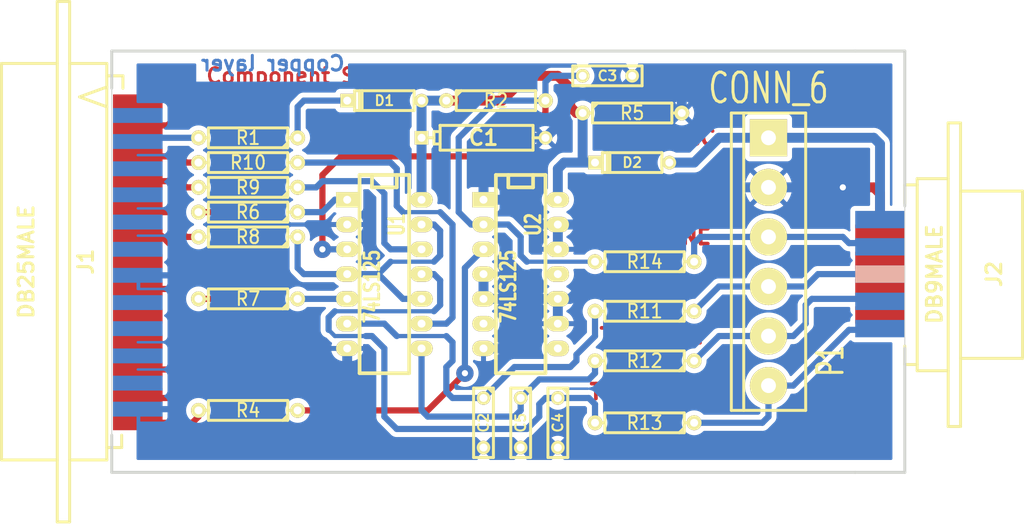
<source format=kicad_pcb>
(kicad_pcb (version 20221018) (generator pcbnew)
  (title_block (rev "1") (company "Kicad Demo"))
  (layers (0 "F.Cu" signal "Dessus") (31 "B.Cu" signal "Dessous") (34 "B.Paste" user) (35 "F.Paste" user) (36 "B.SilkS" user) (37 "F.SilkS" user) (38 "B.Mask" user) (39 "F.Mask" user) (44 "Edge.Cuts" user))
  (net 0 "")
  (net 1 "/CLK-D1")
  (net 2 "/CTRL-D3")
  (net 3 "/DONE-SELECT*")
  (net 4 "/PWR_3,3-5V")
  (net 5 "/TCK-CCLK")
  (net 6 "/TD0-DONE")
  (net 7 "/TD0-PROG-D4")
  (net 8 "/TDI-DIN")
  (net 9 "/TDI-DIN-D0")
  (net 10 "/TMS-PROG")
  (net 11 "/TMS-PROG-D2")
  (net 12 "/VCC_SENSE-ERROR*")
  (net 13 "GND")
  (net 14 "N-000008")
  (net 15 "N-000014")
  (net 16 "N-000015")
  (net 17 "N-000016")
  (net 18 "N-000030")
  (net 19 "N-000031")
  (net 20 "N-000032")
  (net 21 "N-000033")
  (net 22 "N-000034")
  (net 23 "N-000035")
  (net 24 "N-000036")
  (net 25 "N-000038")
  (net 26 "VCC")
  (footprint "R4" (layer "F.Cu") (at 116.84 92.71 180)
    (fp_text reference "R7" (at 0 0 180) (layer "F.SilkS") (effects (font (size 1.397 1.27) (thickness 0.2032))))
    (fp_text value "100" hide)
    (pad "1" thru_hole circle (at -5.08 0 180) (size 1.524 1.524) (drill 0.8128) (layers "*.Cu" "*.Mask" "F.SilkS") (net 17 "N-000016"))
    (pad "2" thru_hole circle (at 5.08 0 180) (size 1.524 1.524) (drill 0.8128) (layers "*.Cu" "*.Mask" "F.SilkS") (net 9 "/TDI-DIN-D0"))
  )
  (footprint "R4" (layer "F.Cu") (at 116.84 104.14 180)
    (fp_text reference "R4" (at 0 0 180) (layer "F.SilkS") (effects (font (size 1.397 1.27) (thickness 0.2032))))
    (fp_text value "47" hide)
    (pad "1" thru_hole circle (at -5.08 0 180) (size 1.524 1.524) (drill 0.8128) (layers "*.Cu" "*.Mask" "F.SilkS") (net 16 "N-000015"))
    (pad "2" thru_hole circle (at 5.08 0 180) (size 1.524 1.524) (drill 0.8128) (layers "*.Cu" "*.Mask" "F.SilkS") (net 3 "/DONE-SELECT*"))
  )
  (footprint "R4" (layer "F.Cu") (at 157.48 99.06 180)
    (fp_text reference "R12" (at 0 0 180) (layer "F.SilkS") (effects (font (size 1.397 1.27) (thickness 0.2032))))
    (fp_text value "100" hide)
    (pad "1" thru_hole circle (at -5.08 0 180) (size 1.524 1.524) (drill 0.8128) (layers "*.Cu" "*.Mask" "F.SilkS") (net 5 "/TCK-CCLK"))
    (pad "2" thru_hole circle (at 5.08 0 180) (size 1.524 1.524) (drill 0.8128) (layers "*.Cu" "*.Mask" "F.SilkS") (net 24 "N-000036"))
  )
  (footprint "C2" (layer "F.Cu") (at 140.97 105.41 -90)
    (fp_text reference "C2" (at 0 0 270) (layer "F.SilkS") (effects (font (size 1.016 1.016) (thickness 0.2032))))
    (fp_text value "100pF" hide)
    (pad "1" thru_hole circle (at -2.54 0 270) (size 1.397 1.397) (drill 0.8128) (layers "*.Cu" "*.Mask" "F.SilkS") (net 23 "N-000035"))
    (pad "2" thru_hole circle (at 2.54 0 270) (size 1.397 1.397) (drill 0.8128) (layers "*.Cu" "*.Mask" "F.SilkS") (net 13 "GND"))
  )
  (footprint "C2" (layer "F.Cu") (at 144.78 105.41 -90)
    (fp_text reference "C5" (at 0 0 270) (layer "F.SilkS") (effects (font (size 1.016 1.016) (thickness 0.2032))))
    (fp_text value "100pF" hide)
    (pad "1" thru_hole circle (at -2.54 0 270) (size 1.397 1.397) (drill 0.8128) (layers "*.Cu" "*.Mask" "F.SilkS") (net 24 "N-000036"))
    (pad "2" thru_hole circle (at 2.54 0 270) (size 1.397 1.397) (drill 0.8128) (layers "*.Cu" "*.Mask" "F.SilkS") (net 13 "GND"))
  )
  (footprint "DB25M_CI" (layer "F.Cu") (at 102.87 88.9 90)
    (fp_text reference "J1" (at 0 -2.667 270) (layer "F.SilkS") (effects (font (size 1.524 1.524) (thickness 0.3048))))
    (fp_text value "DB25MALE" (at 0 -8.763 270) (layer "F.SilkS") (effects (font (size 1.524 1.524) (thickness 0.3048))))
    (pad "1" connect rect (at 16.383 2.667 180) (size 5.08 1.524) (layers "F.Cu" "F.Mask"))
    (pad "2" connect rect (at 13.716 2.667 180) (size 5.08 1.524) (layers "F.Cu" "F.Mask") (net 9 "/TDI-DIN-D0"))
    (pad "3" connect rect (at 10.922 2.667 180) (size 5.08 1.524) (layers "F.Cu" "F.Mask") (net 1 "/CLK-D1"))
    (pad "4" connect rect (at 8.128 2.667 180) (size 5.08 1.524) (layers "F.Cu" "F.Mask") (net 11 "/TMS-PROG-D2"))
    (pad "5" connect rect (at 5.461 2.667 180) (size 5.08 1.524) (layers "F.Cu" "F.Mask") (net 2 "/CTRL-D3"))
    (pad "6" connect rect (at 2.667 2.667 180) (size 5.08 1.524) (layers "F.Cu" "F.Mask") (net 7 "/TD0-PROG-D4"))
    (pad "7" connect rect (at 0 2.667 180) (size 5.08 1.524) (layers "F.Cu" "F.Mask"))
    (pad "8" connect rect (at -2.794 2.667 180) (size 5.08 1.524) (layers "F.Cu" "F.Mask") (net 14 "N-000008"))
    (pad "9" connect rect (at -5.588 2.667 180) (size 5.08 1.524) (layers "F.Cu" "F.Mask"))
    (pad "10" connect rect (at -8.255 2.667 180) (size 5.08 1.524) (layers "F.Cu" "F.Mask"))
    (pad "11" connect rect (at -11.049 2.667 180) (size 5.08 1.524) (layers "F.Cu" "F.Mask") (net 14 "N-000008"))
    (pad "12" connect rect (at -13.716 2.667 180) (size 5.08 1.524) (layers "F.Cu" "F.Mask") (net 14 "N-000008"))
    (pad "13" connect rect (at -16.51 2.667 180) (size 5.08 1.524) (layers "F.Cu" "F.Mask") (net 3 "/DONE-SELECT*"))
    (pad "14" connect rect (at 14.986 2.667 180) (size 5.08 1.524) (layers "B.Cu" "B.Mask"))
    (pad "15" connect rect (at 12.319 2.667 180) (size 5.08 1.524) (layers "B.Cu" "B.Mask") (net 12 "/VCC_SENSE-ERROR*"))
    (pad "16" connect rect (at 9.525 2.667 180) (size 5.08 1.524) (layers "B.Cu" "B.Mask"))
    (pad "17" connect rect (at 6.858 2.667 180) (size 5.08 1.524) (layers "B.Cu" "B.Mask"))
    (pad "18" connect rect (at 4.064 2.667 180) (size 5.08 1.524) (layers "B.Cu" "B.Mask"))
    (pad "19" connect rect (at 1.27 2.667 180) (size 5.08 1.524) (layers "B.Cu" "B.Mask"))
    (pad "20" connect rect (at -1.397 2.667 180) (size 5.08 1.524) (layers "B.Cu" "B.Mask") (net 13 "GND"))
    (pad "21" connect rect (at -4.191 2.667 180) (size 5.08 1.524) (layers "B.Cu" "B.Mask"))
    (pad "22" connect rect (at -6.858 2.667 180) (size 5.08 1.524) (layers "B.Cu" "B.Mask"))
    (pad "23" connect rect (at -9.652 2.667 180) (size 5.08 1.524) (layers "B.Cu" "B.Mask"))
    (pad "24" connect rect (at -12.446 2.667 180) (size 5.08 1.524) (layers "B.Cu" "B.Mask"))
    (pad "25" connect rect (at -15.113 2.667 180) (size 5.08 1.524) (layers "B.Cu" "B.Mask") (net 13 "GND"))
  )
  (footprint "R4" (layer "F.Cu") (at 142.24 72.39)
    (fp_text reference "R2" (at 0 0) (layer "F.SilkS") (effects (font (size 1.397 1.27) (thickness 0.2032))))
    (fp_text value "5,1K" hide)
    (pad "1" thru_hole circle (at -5.08 0) (size 1.524 1.524) (drill 0.8128) (layers "*.Cu" "*.Mask" "F.SilkS") (net 26 "VCC"))
    (pad "2" thru_hole circle (at 5.08 0) (size 1.524 1.524) (drill 0.8128) (layers "*.Cu" "*.Mask" "F.SilkS") (net 25 "N-000038"))
  )
  (footprint "R4" (layer "F.Cu") (at 156.21 73.66)
    (fp_text reference "R5" (at 0 0) (layer "F.SilkS") (effects (font (size 1.397 1.27) (thickness 0.2032))))
    (fp_text value "1K" hide)
    (pad "1" thru_hole circle (at -5.08 0) (size 1.524 1.524) (drill 0.8128) (layers "*.Cu" "*.Mask" "F.SilkS") (net 26 "VCC"))
    (pad "2" thru_hole circle (at 5.08 0) (size 1.524 1.524) (drill 0.8128) (layers "*.Cu" "*.Mask" "F.SilkS") (net 13 "GND"))
  )
  (footprint "R4" (layer "F.Cu") (at 157.48 88.9 180)
    (fp_text reference "R14" (at 0 0 180) (layer "F.SilkS") (effects (font (size 1.397 1.27) (thickness 0.2032))))
    (fp_text value "100" hide)
    (pad "1" thru_hole circle (at -5.08 0 180) (size 1.524 1.524) (drill 0.8128) (layers "*.Cu" "*.Mask" "F.SilkS") (net 6 "/TD0-DONE"))
    (pad "2" thru_hole circle (at 5.08 0 180) (size 1.524 1.524) (drill 0.8128) (layers "*.Cu" "*.Mask" "F.SilkS") (net 25 "N-000038"))
  )
  (footprint "14DIP-ELL300" (layer "F.Cu") (at 144.78 90.17 -90)
    (fp_text reference "U2" (at -5.08 -1.27 270) (layer "F.SilkS") (effects (font (size 1.524 1.143) (thickness 0.28702))))
    (fp_text value "74LS125" (at 1.27 1.27 270) (layer "F.SilkS") (effects (font (size 1.524 1.143) (thickness 0.28702))))
    (pad "1" thru_hole rect (at -7.62 3.81 270) (size 1.5748 2.286) (drill 0.8128) (layers "*.Cu" "*.Mask" "F.SilkS") (net 13 "GND"))
    (pad "2" thru_hole oval (at -5.08 3.81 270) (size 1.5748 2.286) (drill 0.8128) (layers "*.Cu" "*.Mask" "F.SilkS") (net 25 "N-000038"))
    (pad "3" thru_hole oval (at -2.54 3.81 270) (size 1.5748 2.286) (drill 0.8128) (layers "*.Cu" "*.Mask" "F.SilkS") (net 16 "N-000015"))
    (pad "4" thru_hole oval (at 0 3.81 270) (size 1.5748 2.286) (drill 0.8128) (layers "*.Cu" "*.Mask" "F.SilkS") (net 13 "GND"))
    (pad "5" thru_hole oval (at 2.54 3.81 270) (size 1.5748 2.286) (drill 0.8128) (layers "*.Cu" "*.Mask" "F.SilkS") (net 13 "GND"))
    (pad "6" thru_hole oval (at 5.08 3.81 270) (size 1.5748 2.286) (drill 0.8128) (layers "*.Cu" "*.Mask" "F.SilkS"))
    (pad "7" thru_hole oval (at 7.62 3.81 270) (size 1.5748 2.286) (drill 0.8128) (layers "*.Cu" "*.Mask" "F.SilkS") (net 13 "GND"))
    (pad "8" thru_hole oval (at 7.62 -3.81 270) (size 1.5748 2.286) (drill 0.8128) (layers "*.Cu" "*.Mask" "F.SilkS"))
    (pad "9" thru_hole oval (at 5.08 -3.81 270) (size 1.5748 2.286) (drill 0.8128) (layers "*.Cu" "*.Mask" "F.SilkS") (net 13 "GND"))
    (pad "10" thru_hole oval (at 2.54 -3.81 270) (size 1.5748 2.286) (drill 0.8128) (layers "*.Cu" "*.Mask" "F.SilkS") (net 13 "GND"))
    (pad "11" thru_hole oval (at 0 -3.81 270) (size 1.5748 2.286) (drill 0.8128) (layers "*.Cu" "*.Mask" "F.SilkS"))
    (pad "12" thru_hole oval (at -2.54 -3.81 270) (size 1.5748 2.286) (drill 0.8128) (layers "*.Cu" "*.Mask" "F.SilkS") (net 13 "GND"))
    (pad "13" thru_hole oval (at -5.08 -3.81 270) (size 1.5748 2.286) (drill 0.8128) (layers "*.Cu" "*.Mask" "F.SilkS") (net 13 "GND"))
    (pad "14" thru_hole oval (at -7.62 -3.81 270) (size 1.5748 2.286) (drill 0.8128) (layers "*.Cu" "*.Mask" "F.SilkS") (net 26 "VCC"))
  )
  (footprint "C2" (layer "F.Cu") (at 153.67 69.85)
    (fp_text reference "C3" (at 0 0) (layer "F.SilkS") (effects (font (size 1.016 1.016) (thickness 0.2032))))
    (fp_text value "100pF" hide)
    (pad "1" thru_hole circle (at -2.54 0) (size 1.397 1.397) (drill 0.8128) (layers "*.Cu" "*.Mask" "F.SilkS") (net 25 "N-000038"))
    (pad "2" thru_hole circle (at 2.54 0) (size 1.397 1.397) (drill 0.8128) (layers "*.Cu" "*.Mask" "F.SilkS") (net 13 "GND"))
  )
  (footprint "14DIP-ELL300" (layer "F.Cu") (at 130.81 90.17 -90)
    (fp_text reference "U1" (at -5.08 -1.27 270) (layer "F.SilkS") (effects (font (size 1.524 1.143) (thickness 0.28702))))
    (fp_text value "74LS125" (at 1.27 1.27 270) (layer "F.SilkS") (effects (font (size 1.524 1.143) (thickness 0.28702))))
    (pad "1" thru_hole rect (at -7.62 3.81 270) (size 1.5748 2.286) (drill 0.8128) (layers "*.Cu" "*.Mask" "F.SilkS") (net 19 "N-000031"))
    (pad "2" thru_hole oval (at -5.08 3.81 270) (size 1.5748 2.286) (drill 0.8128) (layers "*.Cu" "*.Mask" "F.SilkS") (net 13 "GND"))
    (pad "3" thru_hole oval (at -2.54 3.81 270) (size 1.5748 2.286) (drill 0.8128) (layers "*.Cu" "*.Mask" "F.SilkS") (net 25 "N-000038"))
    (pad "4" thru_hole oval (at 0 3.81 270) (size 1.5748 2.286) (drill 0.8128) (layers "*.Cu" "*.Mask" "F.SilkS") (net 21 "N-000033"))
    (pad "5" thru_hole oval (at 2.54 3.81 270) (size 1.5748 2.286) (drill 0.8128) (layers "*.Cu" "*.Mask" "F.SilkS") (net 17 "N-000016"))
    (pad "6" thru_hole oval (at 5.08 3.81 270) (size 1.5748 2.286) (drill 0.8128) (layers "*.Cu" "*.Mask" "F.SilkS") (net 23 "N-000035"))
    (pad "7" thru_hole oval (at 7.62 3.81 270) (size 1.5748 2.286) (drill 0.8128) (layers "*.Cu" "*.Mask" "F.SilkS") (net 13 "GND"))
    (pad "8" thru_hole oval (at 7.62 -3.81 270) (size 1.5748 2.286) (drill 0.8128) (layers "*.Cu" "*.Mask" "F.SilkS") (net 24 "N-000036"))
    (pad "9" thru_hole oval (at 5.08 -3.81 270) (size 1.5748 2.286) (drill 0.8128) (layers "*.Cu" "*.Mask" "F.SilkS") (net 18 "N-000030"))
    (pad "10" thru_hole oval (at 2.54 -3.81 270) (size 1.5748 2.286) (drill 0.8128) (layers "*.Cu" "*.Mask" "F.SilkS") (net 21 "N-000033"))
    (pad "11" thru_hole oval (at 0 -3.81 270) (size 1.5748 2.286) (drill 0.8128) (layers "*.Cu" "*.Mask" "F.SilkS") (net 22 "N-000034"))
    (pad "12" thru_hole oval (at -2.54 -3.81 270) (size 1.5748 2.286) (drill 0.8128) (layers "*.Cu" "*.Mask" "F.SilkS") (net 20 "N-000032"))
    (pad "13" thru_hole oval (at -5.08 -3.81 270) (size 1.5748 2.286) (drill 0.8128) (layers "*.Cu" "*.Mask" "F.SilkS") (net 21 "N-000033"))
    (pad "14" thru_hole oval (at -7.62 -3.81 270) (size 1.5748 2.286) (drill 0.8128) (layers "*.Cu" "*.Mask" "F.SilkS") (net 26 "VCC"))
  )
  (footprint "DB9M_CI_INVERT" (layer "F.Cu") (at 184.15 90.17 -90)
    (fp_text reference "J2" (at 0 -9.144 270) (layer "F.SilkS") (effects (font (size 1.524 1.524) (thickness 0.3048))))
    (fp_text value "DB9MALE" (at 0 -3.048 270) (layer "F.SilkS") (effects (font (size 1.524 1.524) (thickness 0.3048))))
    (pad "1" connect rect (at -5.588 2.54 270) (size 1.778 5.08) (layers "B.Cu" "F.Mask") (net 4 "/PWR_3,3-5V"))
    (pad "2" connect rect (at -2.794 2.54 270) (size 1.778 5.08) (layers "B.Cu" "B.Mask") (net 6 "/TD0-DONE"))
    (pad "3" connect rect (at 0 2.54 270) (size 1.778 5.08) (layers "B.Cu" "B.SilkS") (net 8 "/TDI-DIN"))
    (pad "4" connect rect (at 2.794 2.54 270) (size 1.778 5.08) (layers "B.Cu" "B.Mask") (net 5 "/TCK-CCLK"))
    (pad "5" connect rect (at 5.588 2.54 270) (size 1.778 5.08) (layers "B.Cu" "B.Mask") (net 10 "/TMS-PROG"))
    (pad "6" connect rect (at -4.191 2.54 270) (size 1.778 5.08) (layers "F.Cu" "F.Mask") (net 13 "GND"))
    (pad "7" connect rect (at -1.397 2.54 270) (size 1.778 5.08) (layers "F.Cu" "F.Mask") (net 13 "GND"))
    (pad "8" connect rect (at 1.397 2.54 270) (size 1.778 5.08) (layers "F.Cu" "F.Mask") (net 13 "GND"))
    (pad "9" connect rect (at 4.191 2.54 270) (size 1.778 5.08) (layers "F.Cu" "F.Mask") (net 13 "GND"))
  )
  (footprint "R4" (layer "F.Cu") (at 116.84 86.36 180)
    (fp_text reference "R8" (at 0 0 180) (layer "F.SilkS") (effects (font (size 1.397 1.27) (thickness 0.2032))))
    (fp_text value "100" hide)
    (pad "1" thru_hole circle (at -5.08 0 180) (size 1.524 1.524) (drill 0.8128) (layers "*.Cu" "*.Mask" "F.SilkS") (net 21 "N-000033"))
    (pad "2" thru_hole circle (at 5.08 0 180) (size 1.524 1.524) (drill 0.8128) (layers "*.Cu" "*.Mask" "F.SilkS") (net 2 "/CTRL-D3"))
  )
  (footprint "R4" (layer "F.Cu") (at 116.84 76.2 180)
    (fp_text reference "R1" (at 0 0 180) (layer "F.SilkS") (effects (font (size 1.397 1.27) (thickness 0.2032))))
    (fp_text value "100" hide)
    (pad "1" thru_hole circle (at -5.08 0 180) (size 1.524 1.524) (drill 0.8128) (layers "*.Cu" "*.Mask" "F.SilkS") (net 15 "N-000014"))
    (pad "2" thru_hole circle (at 5.08 0 180) (size 1.524 1.524) (drill 0.8128) (layers "*.Cu" "*.Mask" "F.SilkS") (net 12 "/VCC_SENSE-ERROR*"))
  )
  (footprint "C2" (layer "F.Cu") (at 148.59 105.41 -90)
    (fp_text reference "C4" (at 0 0 270) (layer "F.SilkS") (effects (font (size 1.016 1.016) (thickness 0.2032))))
    (fp_text value "100pF" hide)
    (pad "1" thru_hole circle (at -2.54 0 270) (size 1.397 1.397) (drill 0.8128) (layers "*.Cu" "*.Mask" "F.SilkS") (net 22 "N-000034"))
    (pad "2" thru_hole circle (at 2.54 0 270) (size 1.397 1.397) (drill 0.8128) (layers "*.Cu" "*.Mask" "F.SilkS") (net 13 "GND"))
  )
  (footprint "CP5" (layer "F.Cu") (at 140.97 76.2)
    (fp_text reference "C1" (at 0 0) (layer "F.SilkS") (effects (font (size 1.524 1.524) (thickness 0.3048))))
    (fp_text value "1uF" hide)
    (pad "1" thru_hole rect (at -6.35 0) (size 1.397 1.397) (drill 0.8128) (layers "*.Cu" "*.Mask" "F.SilkS") (net 26 "VCC"))
    (pad "2" thru_hole circle (at 6.35 0) (size 1.397 1.397) (drill 0.8128) (layers "*.Cu" "*.Mask" "F.SilkS") (net 13 "GND"))
  )
  (footprint "bornier6" (layer "F.Cu") (at 170.18 88.9 -90)
    (fp_text reference "P1" (at 10.16 -6.35 270) (layer "F.SilkS") (effects (font (size 2.6162 1.59766) (thickness 0.3048))))
    (fp_text value "CONN_6" (at -17.78 0) (layer "F.SilkS") (effects (font (size 3.05054 2.0955) (thickness 0.3048))))
    (pad "1" thru_hole rect (at -12.7 0 270) (size 3.81 3.81) (drill 1.524) (layers "*.Cu" "*.Mask" "F.SilkS") (net 4 "/PWR_3,3-5V"))
    (pad "2" thru_hole circle (at -7.62 0 270) (size 3.81 3.81) (drill 1.524) (layers "*.Cu" "*.Mask" "F.SilkS") (net 13 "GND"))
    (pad "3" thru_hole circle (at -2.54 0 270) (size 3.81 3.81) (drill 1.524) (layers "*.Cu" "*.Mask" "F.SilkS") (net 6 "/TD0-DONE"))
    (pad "4" thru_hole circle (at 2.54 0 270) (size 3.81 3.81) (drill 1.524) (layers "*.Cu" "*.Mask" "F.SilkS") (net 8 "/TDI-DIN"))
    (pad "5" thru_hole circle (at 7.62 0 270) (size 3.81 3.81) (drill 1.524) (layers "*.Cu" "*.Mask" "F.SilkS") (net 5 "/TCK-CCLK"))
    (pad "6" thru_hole circle (at 12.7 0 270) (size 3.81 3.81) (drill 1.524) (layers "*.Cu" "*.Mask" "F.SilkS") (net 10 "/TMS-PROG"))
  )
  (footprint "R4" (layer "F.Cu") (at 116.84 78.74 180)
    (fp_text reference "R10" (at 0 0 180) (layer "F.SilkS") (effects (font (size 1.397 1.27) (thickness 0.2032))))
    (fp_text value "100" hide)
    (pad "1" thru_hole circle (at -5.08 0 180) (size 1.524 1.524) (drill 0.8128) (layers "*.Cu" "*.Mask" "F.SilkS") (net 18 "N-000030"))
    (pad "2" thru_hole circle (at 5.08 0 180) (size 1.524 1.524) (drill 0.8128) (layers "*.Cu" "*.Mask" "F.SilkS") (net 1 "/CLK-D1"))
  )
  (footprint "R4" (layer "F.Cu") (at 116.84 81.28 180)
    (fp_text reference "R9" (at 0 0 180) (layer "F.SilkS") (effects (font (size 1.397 1.27) (thickness 0.2032))))
    (fp_text value "100" hide)
    (pad "1" thru_hole circle (at -5.08 0 180) (size 1.524 1.524) (drill 0.8128) (layers "*.Cu" "*.Mask" "F.SilkS") (net 20 "N-000032"))
    (pad "2" thru_hole circle (at 5.08 0 180) (size 1.524 1.524) (drill 0.8128) (layers "*.Cu" "*.Mask" "F.SilkS") (net 11 "/TMS-PROG-D2"))
  )
  (footprint "D3" (layer "F.Cu") (at 130.81 72.39 180)
    (fp_text reference "D1" (at 0 0 180) (layer "F.SilkS") (effects (font (size 1.016 1.016) (thickness 0.2032))))
    (fp_text value "BAT46" hide)
    (pad "1" thru_hole circle (at -3.81 0 180) (size 1.397 1.397) (drill 0.8128) (layers "*.Cu" "*.Mask" "F.SilkS") (net 26 "VCC"))
    (pad "2" thru_hole rect (at 3.81 0 180) (size 1.397 1.397) (drill 0.8128) (layers "*.Cu" "*.Mask" "F.SilkS") (net 15 "N-000014"))
  )
  (footprint "R4" (layer "F.Cu") (at 157.48 105.41 180)
    (fp_text reference "R13" (at 0 0 180) (layer "F.SilkS") (effects (font (size 1.397 1.27) (thickness 0.2032))))
    (fp_text value "100" hide)
    (pad "1" thru_hole circle (at -5.08 0 180) (size 1.524 1.524) (drill 0.8128) (layers "*.Cu" "*.Mask" "F.SilkS") (net 10 "/TMS-PROG"))
    (pad "2" thru_hole circle (at 5.08 0 180) (size 1.524 1.524) (drill 0.8128) (layers "*.Cu" "*.Mask" "F.SilkS") (net 22 "N-000034"))
  )
  (footprint "D3" (layer "F.Cu") (at 156.21 78.74 180)
    (fp_text reference "D2" (at 0 0 180) (layer "F.SilkS") (effects (font (size 1.016 1.016) (thickness 0.2032))))
    (fp_text value "BAT46" hide)
    (pad "1" thru_hole circle (at -3.81 0 180) (size 1.397 1.397) (drill 0.8128) (layers "*.Cu" "*.Mask" "F.SilkS") (net 4 "/PWR_3,3-5V"))
    (pad "2" thru_hole rect (at 3.81 0 180) (size 1.397 1.397) (drill 0.8128) (layers "*.Cu" "*.Mask" "F.SilkS") (net 26 "VCC"))
  )
  (footprint "R4" (layer "F.Cu") (at 157.48 93.98 180)
    (fp_text reference "R11" (at 0 0 180) (layer "F.SilkS") (effects (font (size 1.397 1.27) (thickness 0.2032))))
    (fp_text value "100" hide)
    (pad "1" thru_hole circle (at -5.08 0 180) (size 1.524 1.524) (drill 0.8128) (layers "*.Cu" "*.Mask" "F.SilkS") (net 8 "/TDI-DIN"))
    (pad "2" thru_hole circle (at 5.08 0 180) (size 1.524 1.524) (drill 0.8128) (layers "*.Cu" "*.Mask" "F.SilkS") (net 23 "N-000035"))
  )
  (footprint "R4" (layer "F.Cu") (at 116.84 83.82 180)
    (fp_text reference "R6" (at 0 0 180) (layer "F.SilkS") (effects (font (size 1.397 1.27) (thickness 0.2032))))
    (fp_text value "100" hide)
    (pad "1" thru_hole circle (at -5.08 0 180) (size 1.524 1.524) (drill 0.8128) (layers "*.Cu" "*.Mask" "F.SilkS") (net 19 "N-000031"))
    (pad "2" thru_hole circle (at 5.08 0 180) (size 1.524 1.524) (drill 0.8128) (layers "*.Cu" "*.Mask" "F.SilkS") (net 7 "/TD0-PROG-D4"))
  )
  (gr_line (start 102.87 67.31) (end 179.07 67.31) (stroke (width 0.3048)) (layer "Edge.Cuts"))
  (gr_line (start 184.15 97.79) (end 184.15 110.49) (stroke (width 0.3048)) (layer "Edge.Cuts"))
  (gr_line (start 102.87 71.12) (end 102.87 106.68) (stroke (width 0.1)) (layer "Edge.Cuts"))
  (gr_line (start 184.15 83.185) (end 184.15 97.79) (stroke (width 0.1)) (layer "Edge.Cuts"))
  (gr_line (start 179.07 110.49) (end 102.87 110.49) (stroke (width 0.3048)) (layer "Edge.Cuts"))
  (gr_line (start 102.87 110.49) (end 102.87 106.68) (stroke (width 0.3048)) (layer "Edge.Cuts"))
  (gr_line (start 184.15 67.31) (end 184.15 83.185) (stroke (width 0.3048)) (layer "Edge.Cuts"))
  (gr_line (start 102.87 71.12) (end 102.87 67.31) (stroke (width 0.3048)) (layer "Edge.Cuts"))
  (gr_line (start 179.07 67.31) (end 184.15 67.31) (stroke (width 0.3048)) (layer "Edge.Cuts"))
  (gr_line (start 184.15 110.49) (end 179.07 110.49) (stroke (width 0.3048)) (layer "Edge.Cuts"))
  (gr_text "GND" (at 162.56 81.28) (layer "F.Cu") (effects (font (size 1.524 1.524) (thickness 0.381))))
  (gr_text "TDO-DONE" (at 158.115 86.36) (layer "F.Cu") (effects (font (size 1.524 1.524) (thickness 0.381))))
  (gr_text "Component Side" (at 121.92 69.85) (layer "F.Cu") (effects (font (size 1.524 1.524) (thickness 0.3048))))
  (gr_text "VCC" (at 162.56 76.2) (layer "F.Cu") (effects (font (size 1.524 1.524) (thickness 0.381))))
  (gr_text "TMS-PROG" (at 158.115 102.235) (layer "F.Cu") (effects (font (size 1.524 1.524) (thickness 0.381))))
  (gr_text "TDI-TIN" (at 158.115 91.44) (layer "F.Cu") (effects (font (size 1.524 1.524) (thickness 0.381))))
  (gr_text "TCK-CCL" (at 158.115 96.52) (layer "F.Cu") (effects (font (size 1.524 1.524) (thickness 0.381))))
  (gr_text "Copper layer" (at 119.38 68.58) (layer "B.Cu") (effects (font (size 1.524 1.524) (thickness 0.3048)) (justify mirror)))
  (segment (start 109.855 78.105) (end 106.045 78.105) (width 0.635) (layer "F.Cu") (net 1))
  (segment (start 110.49 78.74) (end 109.855 78.105) (width 0.635) (layer "F.Cu") (net 1))
  (segment (start 106.045 78.105) (end 105.537 77.978) (width 0.635) (layer "F.Cu") (net 1))
  (segment (start 111.76 78.74) (end 110.49 78.74) (width 0.635) (layer "F.Cu") (net 1))
  (segment (start 110.49 86.36) (end 109.855 85.725) (width 0.635) (layer "F.Cu") (net 2))
  (segment (start 109.855 84.455) (end 109.22 83.82) (width 0.635) (layer "F.Cu") (net 2))
  (segment (start 111.76 86.36) (end 110.49 86.36) (width 0.635) (layer "F.Cu") (net 2))
  (segment (start 105.41 83.82) (end 105.537 83.439) (width 0.635) (layer "F.Cu") (net 2))
  (segment (start 109.22 83.82) (end 105.41 83.82) (width 0.635) (layer "F.Cu") (net 2))
  (segment (start 109.855 85.725) (end 109.855 84.455) (width 0.635) (layer "F.Cu") (net 2))
  (segment (start 111.76 104.14) (end 111.76 104.775) (width 0.635) (layer "F.Cu") (net 3))
  (segment (start 111.76 104.775) (end 111.125 105.41) (width 0.635) (layer "F.Cu") (net 3))
  (segment (start 111.125 105.41) (end 105.537 105.41) (width 0.635) (layer "F.Cu") (net 3))
  (segment (start 181.61 76.835) (end 180.975 76.2) (width 1.016) (layer "B.Cu") (net 4))
  (segment (start 160.02 78.74) (end 162.56 78.74) (width 1.016) (layer "B.Cu") (net 4))
  (segment (start 165.1 76.2) (end 170.18 76.2) (width 1.016) (layer "B.Cu") (net 4))
  (segment (start 170.18 76.2) (end 180.975 76.2) (width 1.016) (layer "B.Cu") (net 4))
  (segment (start 162.56 78.74) (end 165.1 76.2) (width 1.016) (layer "B.Cu") (net 4))
  (segment (start 181.61 76.835) (end 181.61 84.582) (width 1.016) (layer "B.Cu") (net 4))
  (segment (start 173.99 95.25) (end 173.99 93.345) (width 0.635) (layer "B.Cu") (net 5))
  (segment (start 162.56 99.06) (end 165.1 96.52) (width 0.635) (layer "B.Cu") (net 5))
  (segment (start 172.72 96.52) (end 173.99 95.25) (width 0.635) (layer "B.Cu") (net 5))
  (segment (start 165.1 96.52) (end 170.18 96.52) (width 0.635) (layer "B.Cu") (net 5))
  (segment (start 174.625 92.71) (end 181.61 92.71) (width 0.635) (layer "B.Cu") (net 5))
  (segment (start 181.61 92.71) (end 181.61 92.964) (width 0.635) (layer "B.Cu") (net 5))
  (segment (start 170.18 96.52) (end 172.72 96.52) (width 0.635) (layer "B.Cu") (net 5))
  (segment (start 173.99 93.345) (end 174.625 92.71) (width 0.635) (layer "B.Cu") (net 5))
  (segment (start 170.18 86.36) (end 177.8 86.36) (width 0.635) (layer "B.Cu") (net 6))
  (segment (start 178.435 86.995) (end 180.975 86.995) (width 0.635) (layer "B.Cu") (net 6))
  (segment (start 177.8 86.36) (end 178.435 86.995) (width 0.635) (layer "B.Cu") (net 6))
  (segment (start 180.975 86.995) (end 181.61 87.376) (width 0.635) (layer "B.Cu") (net 6))
  (segment (start 162.56 86.995) (end 163.195 86.36) (width 0.635) (layer "B.Cu") (net 6))
  (segment (start 163.195 86.36) (end 170.18 86.36) (width 0.635) (layer "B.Cu") (net 6))
  (segment (start 162.56 88.9) (end 162.56 86.995) (width 0.635) (layer "B.Cu") (net 6))
  (segment (start 113.665 83.82) (end 111.76 83.82) (width 0.635) (layer "F.Cu") (net 7))
  (segment (start 114.3 84.455) (end 113.665 83.82) (width 0.635) (layer "F.Cu") (net 7))
  (segment (start 114.3 87.63) (end 114.3 84.455) (width 0.635) (layer "F.Cu") (net 7))
  (segment (start 105.537 86.233) (end 107.95 86.233) (width 0.635) (layer "F.Cu") (net 7))
  (segment (start 107.95 86.233) (end 109.982 88.265) (width 0.635) (layer "F.Cu") (net 7))
  (segment (start 113.665 88.265) (end 114.3 87.63) (width 0.635) (layer "F.Cu") (net 7))
  (segment (start 109.982 88.265) (end 113.665 88.265) (width 0.635) (layer "F.Cu") (net 7))
  (segment (start 173.99 91.44) (end 175.26 90.17) (width 0.635) (layer "B.Cu") (net 8))
  (segment (start 165.1 91.44) (end 170.18 91.44) (width 0.635) (layer "B.Cu") (net 8))
  (segment (start 175.26 90.17) (end 181.61 90.17) (width 0.635) (layer "B.Cu") (net 8))
  (segment (start 170.18 91.44) (end 173.99 91.44) (width 0.635) (layer "B.Cu") (net 8))
  (segment (start 162.56 93.98) (end 165.1 91.44) (width 0.635) (layer "B.Cu") (net 8))
  (segment (start 106.045 74.93) (end 106.045 75.565) (width 0.635) (layer "F.Cu") (net 9))
  (segment (start 115.57 74.295) (end 109.22 74.295) (width 0.635) (layer "F.Cu") (net 9))
  (segment (start 109.22 74.295) (end 108.585 74.93) (width 0.635) (layer "F.Cu") (net 9))
  (segment (start 108.585 74.93) (end 106.045 74.93) (width 0.635) (layer "F.Cu") (net 9))
  (segment (start 116.205 74.93) (end 115.57 74.295) (width 0.635) (layer "F.Cu") (net 9))
  (segment (start 111.76 92.71) (end 114.935 92.71) (width 0.635) (layer "F.Cu") (net 9))
  (segment (start 106.045 75.565) (end 105.537 75.184) (width 0.635) (layer "F.Cu") (net 9))
  (segment (start 114.935 92.71) (end 116.205 91.44) (width 0.635) (layer "F.Cu") (net 9))
  (segment (start 116.205 91.44) (end 116.205 74.93) (width 0.635) (layer "F.Cu") (net 9))
  (segment (start 170.18 101.6) (end 172.72 101.6) (width 0.635) (layer "B.Cu") (net 10))
  (segment (start 172.72 101.6) (end 178.435 95.885) (width 0.635) (layer "B.Cu") (net 10))
  (segment (start 169.545 105.41) (end 170.18 104.775) (width 0.635) (layer "B.Cu") (net 10))
  (segment (start 162.56 105.41) (end 169.545 105.41) (width 0.635) (layer "B.Cu") (net 10))
  (segment (start 181.61 95.885) (end 181.61 95.758) (width 0.635) (layer "B.Cu") (net 10))
  (segment (start 178.435 95.885) (end 181.61 95.885) (width 0.635) (layer "B.Cu") (net 10))
  (segment (start 170.18 104.775) (end 170.18 101.6) (width 0.635) (layer "B.Cu") (net 10))
  (segment (start 111.76 81.28) (end 110.49 81.28) (width 0.635) (layer "F.Cu") (net 11))
  (segment (start 106.045 80.645) (end 105.537 80.772) (width 0.635) (layer "F.Cu") (net 11))
  (segment (start 110.49 81.28) (end 109.855 80.645) (width 0.635) (layer "F.Cu") (net 11))
  (segment (start 109.855 80.645) (end 106.045 80.645) (width 0.635) (layer "F.Cu") (net 11))
  (segment (start 111.76 76.2) (end 106.045 76.2) (width 0.635) (layer "B.Cu") (net 12))
  (segment (start 106.045 76.2) (end 105.537 76.581) (width 0.635) (layer "B.Cu") (net 12))
  (segment (start 181.61 91.567) (end 181.61 88.773) (width 1.016) (layer "F.Cu") (net 13))
  (segment (start 181.61 88.773) (end 181.61 85.979) (width 1.016) (layer "F.Cu") (net 13))
  (segment (start 177.8 81.28) (end 180.975 81.28) (width 1.016) (layer "F.Cu") (net 13))
  (segment (start 180.975 81.28) (end 181.61 81.915) (width 1.016) (layer "F.Cu") (net 13))
  (segment (start 181.61 85.979) (end 181.61 81.915) (width 1.016) (layer "F.Cu") (net 13))
  (segment (start 181.61 94.361) (end 181.61 91.567) (width 1.016) (layer "F.Cu") (net 13))
  (via (at 177.8 81.28) (size 1.778) (drill 0.635) (layers "F.Cu" "B.Cu") (net 13))
  (segment (start 149.225 72.39) (end 149.86 71.755) (width 1.016) (layer "B.Cu") (net 13))
  (segment (start 148.59 95.25) (end 148.59 92.71) (width 1.016) (layer "B.Cu") (net 13))
  (segment (start 156.21 71.12) (end 156.21 69.85) (width 1.016) (layer "B.Cu") (net 13))
  (segment (start 158.115 73.66) (end 161.29 73.66) (width 1.016) (layer "B.Cu") (net 13))
  (segment (start 127 97.79) (end 127 107.95) (width 1.016) (layer "B.Cu") (net 13))
  (segment (start 148.59 85.09) (end 146.05 85.09) (width 1.016) (layer "B.Cu") (net 13))
  (segment (start 144.145 97.79) (end 144.78 97.155) (width 1.016) (layer "B.Cu") (net 13))
  (segment (start 117.475 85.09) (end 116.84 85.725) (width 1.016) (layer "B.Cu") (net 13))
  (segment (start 154.94 85.725) (end 154.94 91.44) (width 1.016) (layer "B.Cu") (net 13))
  (segment (start 140.97 92.71) (end 140.97 90.17) (width 1.016) (layer "B.Cu") (net 13))
  (segment (start 156.845 107.95) (end 157.48 107.315) (width 1.016) (layer "B.Cu") (net 13))
  (segment (start 127 107.95) (end 140.97 107.95) (width 1.016) (layer "B.Cu") (net 13))
  (segment (start 116.84 89.535) (end 116.205 90.17) (width 1.016) (layer "B.Cu") (net 13))
  (segment (start 170.18 81.28) (end 177.8 81.28) (width 1.016) (layer "B.Cu") (net 13))
  (segment (start 109.855 90.297) (end 109.855 90.17) (width 0.635) (layer "B.Cu") (net 13))
  (segment (start 150.495 92.075) (end 149.86 92.71) (width 1.016) (layer "B.Cu") (net 13))
  (segment (start 140.97 82.55) (end 140.97 76.835) (width 1.016) (layer "B.Cu") (net 13))
  (segment (start 148.59 85.09) (end 154.305 85.09) (width 1.016) (layer "B.Cu") (net 13))
  (segment (start 157.48 74.295) (end 158.115 73.66) (width 1.016) (layer "B.Cu") (net 13))
  (segment (start 116.84 85.725) (end 116.84 89.535) (width 1.016) (layer "B.Cu") (net 13))
  (segment (start 144.78 107.95) (end 148.59 107.95) (width 1.016) (layer "B.Cu") (net 13))
  (segment (start 140.97 76.835) (end 141.605 76.2) (width 1.016) (layer "B.Cu") (net 13))
  (segment (start 157.48 80.645) (end 157.48 74.295) (width 1.016) (layer "B.Cu") (net 13))
  (segment (start 156.21 69.85) (end 160.655 69.85) (width 1.016) (layer "B.Cu") (net 13))
  (segment (start 143.51 82.55) (end 140.97 82.55) (width 1.016) (layer "B.Cu") (net 13))
  (segment (start 144.78 92.71) (end 148.59 92.71) (width 1.016) (layer "B.Cu") (net 13))
  (segment (start 127 85.09) (end 117.475 85.09) (width 0.4318) (layer "B.Cu") (net 13))
  (segment (start 154.94 91.44) (end 154.305 92.075) (width 1.016) (layer "B.Cu") (net 13))
  (segment (start 154.305 92.075) (end 150.495 92.075) (width 1.016) (layer "B.Cu") (net 13))
  (segment (start 109.22 90.805) (end 109.22 104.14) (width 1.016) (layer "B.Cu") (net 13))
  (segment (start 140.97 92.71) (end 144.78 92.71) (width 1.016) (layer "B.Cu") (net 13))
  (segment (start 109.22 104.14) (end 109.22 107.315) (width 1.016) (layer "B.Cu") (net 13))
  (segment (start 109.22 104.013) (end 109.22 104.14) (width 0.635) (layer "B.Cu") (net 13))
  (segment (start 161.29 70.485) (end 161.29 73.66) (width 1.016) (layer "B.Cu") (net 13))
  (segment (start 149.225 74.295) (end 149.225 72.39) (width 1.016) (layer "B.Cu") (net 13))
  (segment (start 155.575 71.755) (end 156.21 71.12) (width 1.016) (layer "B.Cu") (net 13))
  (segment (start 109.855 107.95) (end 127 107.95) (width 1.016) (layer "B.Cu") (net 13))
  (segment (start 149.86 92.71) (end 148.59 92.71) (width 1.016) (layer "B.Cu") (net 13))
  (segment (start 148.59 87.63) (end 148.59 85.09) (width 1.016) (layer "B.Cu") (net 13))
  (segment (start 149.86 71.755) (end 155.575 71.755) (width 1.016) (layer "B.Cu") (net 13))
  (segment (start 116.205 90.17) (end 109.855 90.17) (width 1.016) (layer "B.Cu") (net 13))
  (segment (start 140.97 107.95) (end 144.78 107.95) (width 1.016) (layer "B.Cu") (net 13))
  (segment (start 105.537 104.013) (end 109.22 104.013) (width 0.635) (layer "B.Cu") (net 13))
  (segment (start 140.97 97.79) (end 144.145 97.79) (width 1.016) (layer "B.Cu") (net 13))
  (segment (start 158.115 81.28) (end 157.48 80.645) (width 1.016) (layer "B.Cu") (net 13))
  (segment (start 154.305 85.09) (end 154.94 85.725) (width 1.016) (layer "B.Cu") (net 13))
  (segment (start 146.05 85.09) (end 143.51 82.55) (width 1.016) (layer "B.Cu") (net 13))
  (segment (start 109.22 107.315) (end 109.855 107.95) (width 1.016) (layer "B.Cu") (net 13))
  (segment (start 157.48 107.315) (end 157.48 80.645) (width 1.016) (layer "B.Cu") (net 13))
  (segment (start 105.537 90.297) (end 109.855 90.297) (width 0.635) (layer "B.Cu") (net 13))
  (segment (start 141.605 76.2) (end 147.32 76.2) (width 1.016) (layer "B.Cu") (net 13))
  (segment (start 148.59 107.95) (end 156.845 107.95) (width 1.016) (layer "B.Cu") (net 13))
  (segment (start 144.78 97.155) (end 144.78 92.71) (width 1.016) (layer "B.Cu") (net 13))
  (segment (start 109.855 90.17) (end 109.22 90.805) (width 1.016) (layer "B.Cu") (net 13))
  (segment (start 160.655 69.85) (end 161.29 70.485) (width 1.016) (layer "B.Cu") (net 13))
  (segment (start 170.18 81.28) (end 158.115 81.28) (width 1.016) (layer "B.Cu") (net 13))
  (segment (start 147.32 76.2) (end 149.225 74.295) (width 1.016) (layer "B.Cu") (net 13))
  (segment (start 109.855 102.235) (end 109.22 102.87) (width 0.635) (layer "F.Cu") (net 14))
  (segment (start 109.22 102.87) (end 105.41 102.87) (width 0.635) (layer "F.Cu") (net 14))
  (segment (start 109.22 91.694) (end 109.855 92.329) (width 0.635) (layer "F.Cu") (net 14))
  (segment (start 109.855 100.33) (end 109.855 102.235) (width 0.635) (layer "F.Cu") (net 14))
  (segment (start 105.537 99.949) (end 109.855 99.949) (width 0.635) (layer "F.Cu") (net 14))
  (segment (start 105.537 91.694) (end 109.22 91.694) (width 0.635) (layer "F.Cu") (net 14))
  (segment (start 109.855 92.329) (end 109.855 100.33) (width 0.635) (layer "F.Cu") (net 14))
  (segment (start 105.41 102.87) (end 105.537 102.616) (width 0.635) (layer "F.Cu") (net 14))
  (segment (start 109.855 99.949) (end 109.855 100.33) (width 0.635) (layer "F.Cu") (net 14))
  (segment (start 122.555 72.39) (end 127 72.39) (width 0.635) (layer "B.Cu") (net 15))
  (segment (start 121.92 73.025) (end 122.555 72.39) (width 0.635) (layer "B.Cu") (net 15))
  (segment (start 121.92 76.2) (end 121.92 73.025) (width 0.635) (layer "B.Cu") (net 15))
  (segment (start 139.065 100.33) (end 135.255 104.14) (width 0.635) (layer "F.Cu") (net 16))
  (segment (start 135.255 104.14) (end 121.92 104.14) (width 0.635) (layer "F.Cu") (net 16))
  (via (at 139.065 100.33) (size 1.778) (drill 0.635) (layers "F.Cu" "B.Cu") (net 16))
  (segment (start 140.97 87.63) (end 139.065 89.535) (width 0.635) (layer "B.Cu") (net 16))
  (segment (start 139.065 89.535) (end 139.065 100.33) (width 0.635) (layer "B.Cu") (net 16))
  (segment (start 121.92 92.71) (end 127 92.71) (width 0.635) (layer "B.Cu") (net 17))
  (segment (start 132.715 83.82) (end 136.525 83.82) (width 0.4318) (layer "B.Cu") (net 18))
  (segment (start 121.92 78.74) (end 131.445 78.74) (width 0.635) (layer "B.Cu") (net 18))
  (segment (start 131.445 78.74) (end 132.08 79.375) (width 0.635) (layer "B.Cu") (net 18))
  (segment (start 137.16 95.25) (end 134.62 95.25) (width 0.635) (layer "B.Cu") (net 18))
  (segment (start 132.08 83.185) (end 132.715 83.82) (width 0.635) (layer "B.Cu") (net 18))
  (segment (start 137.795 94.615) (end 137.795 85.09) (width 0.635) (layer "B.Cu") (net 18))
  (segment (start 137.795 94.615) (end 137.16 95.25) (width 0.635) (layer "B.Cu") (net 18))
  (segment (start 132.08 79.375) (end 132.08 83.185) (width 0.635) (layer "B.Cu") (net 18))
  (segment (start 136.525 83.82) (end 137.795 85.09) (width 0.635) (layer "B.Cu") (net 18))
  (segment (start 124.46 83.82) (end 125.73 82.55) (width 0.635) (layer "B.Cu") (net 19))
  (segment (start 125.73 82.55) (end 127 82.55) (width 0.635) (layer "B.Cu") (net 19))
  (segment (start 121.92 83.82) (end 124.46 83.82) (width 0.635) (layer "B.Cu") (net 19))
  (segment (start 131.445 87.63) (end 130.81 86.995) (width 0.635) (layer "B.Cu") (net 20))
  (segment (start 131.445 87.63) (end 134.62 87.63) (width 0.635) (layer "B.Cu") (net 20))
  (segment (start 130.81 81.915) (end 129.54 80.645) (width 0.635) (layer "B.Cu") (net 20))
  (segment (start 121.92 81.28) (end 123.825 81.28) (width 0.635) (layer "B.Cu") (net 20))
  (segment (start 129.54 80.645) (end 124.46 80.645) (width 0.635) (layer "B.Cu") (net 20))
  (segment (start 123.825 81.28) (end 124.46 80.645) (width 0.635) (layer "B.Cu") (net 20))
  (segment (start 130.81 86.995) (end 130.81 81.915) (width 0.635) (layer "B.Cu") (net 20))
  (segment (start 135.89 85.09) (end 136.525 85.725) (width 0.635) (layer "B.Cu") (net 21))
  (segment (start 136.525 88.265) (end 136.525 85.725) (width 0.635) (layer "B.Cu") (net 21))
  (segment (start 132.715 92.71) (end 134.62 92.71) (width 0.635) (layer "B.Cu") (net 21))
  (segment (start 135.89 88.9) (end 136.525 88.265) (width 0.635) (layer "B.Cu") (net 21))
  (segment (start 135.89 85.09) (end 134.62 85.09) (width 0.635) (layer "B.Cu") (net 21))
  (segment (start 130.175 90.17) (end 131.445 88.9) (width 0.635) (layer "B.Cu") (net 21))
  (segment (start 122.555 90.17) (end 127 90.17) (width 0.635) (layer "B.Cu") (net 21))
  (segment (start 130.175 90.17) (end 132.715 92.71) (width 0.635) (layer "B.Cu") (net 21))
  (segment (start 131.445 88.9) (end 135.89 88.9) (width 0.4318) (layer "B.Cu") (net 21))
  (segment (start 121.92 86.36) (end 121.92 89.535) (width 0.635) (layer "B.Cu") (net 21))
  (segment (start 121.92 89.535) (end 122.555 90.17) (width 0.635) (layer "B.Cu") (net 21))
  (segment (start 127 90.17) (end 130.175 90.17) (width 0.635) (layer "B.Cu") (net 21))
  (segment (start 145.415 106.045) (end 146.685 104.775) (width 0.635) (layer "B.Cu") (net 22))
  (segment (start 132.08 106.045) (end 145.415 106.045) (width 0.635) (layer "B.Cu") (net 22))
  (segment (start 134.62 90.17) (end 135.89 90.17) (width 0.635) (layer "B.Cu") (net 22))
  (segment (start 128.905 96.52) (end 129.54 96.52) (width 0.635) (layer "B.Cu") (net 22))
  (segment (start 146.685 103.505) (end 147.32 102.87) (width 0.635) (layer "B.Cu") (net 22))
  (segment (start 125.73 96.52) (end 128.905 96.52) (width 0.4318) (layer "B.Cu") (net 22))
  (segment (start 135.89 93.98) (end 125.73 93.98) (width 0.4318) (layer "B.Cu") (net 22))
  (segment (start 136.525 93.345) (end 135.89 93.98) (width 0.635) (layer "B.Cu") (net 22))
  (segment (start 130.81 97.79) (end 130.81 104.775) (width 0.635) (layer "B.Cu") (net 22))
  (segment (start 125.73 93.98) (end 125.095 94.615) (width 0.635) (layer "B.Cu") (net 22))
  (segment (start 136.525 90.805) (end 136.525 93.345) (width 0.635) (layer "B.Cu") (net 22))
  (segment (start 125.73 96.52) (end 125.095 95.885) (width 0.4318) (layer "B.Cu") (net 22))
  (segment (start 125.095 94.615) (end 125.095 95.885) (width 0.635) (layer "B.Cu") (net 22))
  (segment (start 152.4 103.505) (end 152.4 105.41) (width 0.635) (layer "B.Cu") (net 22))
  (segment (start 146.685 104.775) (end 146.685 103.505) (width 0.635) (layer "B.Cu") (net 22))
  (segment (start 148.59 102.87) (end 151.765 102.87) (width 0.635) (layer "B.Cu") (net 22))
  (segment (start 147.32 102.87) (end 148.59 102.87) (width 0.635) (layer "B.Cu") (net 22))
  (segment (start 151.765 102.87) (end 152.4 103.505) (width 0.635) (layer "B.Cu") (net 22))
  (segment (start 129.54 96.52) (end 130.81 97.79) (width 0.635) (layer "B.Cu") (net 22))
  (segment (start 135.89 90.17) (end 136.525 90.805) (width 0.635) (layer "B.Cu") (net 22))
  (segment (start 130.81 104.775) (end 132.08 106.045) (width 0.635) (layer "B.Cu") (net 22))
  (segment (start 137.795 97.155) (end 137.795 99.06) (width 0.635) (layer "B.Cu") (net 23))
  (segment (start 137.16 102.235) (end 137.795 102.87) (width 0.635) (layer "B.Cu") (net 23))
  (segment (start 137.795 99.06) (end 137.16 99.695) (width 0.635) (layer "B.Cu") (net 23))
  (segment (start 137.16 96.52) (end 137.795 97.155) (width 0.635) (layer "B.Cu") (net 23))
  (segment (start 140.97 102.87) (end 144.145 99.695) (width 0.635) (layer "B.Cu") (net 23))
  (segment (start 144.145 99.695) (end 149.86 99.695) (width 0.635) (layer "B.Cu") (net 23))
  (segment (start 130.81 95.25) (end 132.08 96.52) (width 0.635) (layer "B.Cu") (net 23))
  (segment (start 150.495 98.425) (end 152.4 96.52) (width 0.635) (layer "B.Cu") (net 23))
  (segment (start 132.08 96.52) (end 137.16 96.52) (width 0.4318) (layer "B.Cu") (net 23))
  (segment (start 152.4 96.52) (end 152.4 93.98) (width 0.635) (layer "B.Cu") (net 23))
  (segment (start 137.16 99.695) (end 137.16 102.235) (width 0.635) (layer "B.Cu") (net 23))
  (segment (start 149.86 99.695) (end 150.495 99.06) (width 0.635) (layer "B.Cu") (net 23))
  (segment (start 127 95.25) (end 130.81 95.25) (width 0.635) (layer "B.Cu") (net 23))
  (segment (start 137.795 102.87) (end 140.97 102.87) (width 0.635) (layer "B.Cu") (net 23))
  (segment (start 150.495 99.06) (end 150.495 98.425) (width 0.635) (layer "B.Cu") (net 23))
  (segment (start 144.78 104.14) (end 144.78 102.87) (width 0.635) (layer "B.Cu") (net 24))
  (segment (start 146.685 100.965) (end 151.765 100.965) (width 0.635) (layer "B.Cu") (net 24))
  (segment (start 152.4 100.33) (end 152.4 99.06) (width 0.635) (layer "B.Cu") (net 24))
  (segment (start 144.145 104.775) (end 144.78 104.14) (width 0.635) (layer "B.Cu") (net 24))
  (segment (start 151.765 100.965) (end 152.4 100.33) (width 0.635) (layer "B.Cu") (net 24))
  (segment (start 134.62 104.14) (end 135.255 104.775) (width 0.635) (layer "B.Cu") (net 24))
  (segment (start 144.78 102.87) (end 146.685 100.965) (width 0.635) (layer "B.Cu") (net 24))
  (segment (start 135.255 104.775) (end 144.145 104.775) (width 0.635) (layer "B.Cu") (net 24))
  (segment (start 134.62 97.79) (end 134.62 104.14) (width 0.635) (layer "B.Cu") (net 24))
  (segment (start 143.51 78.105) (end 144.145 77.47) (width 0.635) (layer "F.Cu") (net 25))
  (segment (start 124.46 87.63) (end 124.46 80.01) (width 0.635) (layer "F.Cu") (net 25))
  (segment (start 126.365 78.105) (end 143.51 78.105) (width 0.635) (layer "F.Cu") (net 25))
  (segment (start 144.145 74.93) (end 144.78 74.295) (width 0.635) (layer "F.Cu") (net 25))
  (segment (start 147.32 73.66) (end 147.32 72.39) (width 0.635) (layer "F.Cu") (net 25))
  (segment (start 146.685 74.295) (end 147.32 73.66) (width 0.635) (layer "F.Cu") (net 25))
  (segment (start 144.145 77.47) (end 144.145 74.93) (width 0.635) (layer "F.Cu") (net 25))
  (segment (start 124.46 80.01) (end 126.365 78.105) (width 0.635) (layer "F.Cu") (net 25))
  (segment (start 144.78 74.295) (end 146.685 74.295) (width 0.635) (layer "F.Cu") (net 25))
  (via (at 124.46 87.63) (size 1.778) (drill 0.635) (layers "F.Cu" "B.Cu") (net 25))
  (segment (start 152.4 88.9) (end 145.415 88.9) (width 0.4318) (layer "B.Cu") (net 25))
  (segment (start 127 87.63) (end 124.46 87.63) (width 0.635) (layer "B.Cu") (net 25))
  (segment (start 144.78 88.265) (end 144.78 86.36) (width 0.635) (layer "B.Cu") (net 25))
  (segment (start 138.43 76.2) (end 142.24 72.39) (width 0.635) (layer "B.Cu") (net 25))
  (segment (start 147.32 72.39) (end 147.32 70.485) (width 0.635) (layer "B.Cu") (net 25))
  (segment (start 143.51 85.09) (end 140.97 85.09) (width 0.635) (layer "B.Cu") (net 25))
  (segment (start 145.415 88.9) (end 144.78 88.265) (width 0.635) (layer "B.Cu") (net 25))
  (segment (start 144.78 86.36) (end 143.51 85.09) (width 0.635) (layer "B.Cu") (net 25))
  (segment (start 147.32 70.485) (end 147.955 69.85) (width 0.635) (layer "B.Cu") (net 25))
  (segment (start 138.43 83.82) (end 138.43 76.2) (width 0.635) (layer "B.Cu") (net 25))
  (segment (start 147.955 69.85) (end 151.13 69.85) (width 0.635) (layer "B.Cu") (net 25))
  (segment (start 142.24 72.39) (end 147.32 72.39) (width 0.635) (layer "B.Cu") (net 25))
  (segment (start 140.97 85.09) (end 139.7 85.09) (width 0.635) (layer "B.Cu") (net 25))
  (segment (start 139.7 85.09) (end 138.43 83.82) (width 0.635) (layer "B.Cu") (net 25))
  (segment (start 148.59 69.85) (end 149.86 71.12) (width 1.016) (layer "F.Cu") (net 26))
  (segment (start 149.86 71.12) (end 149.86 73.025) (width 1.016) (layer "F.Cu") (net 26))
  (segment (start 150.495 73.66) (end 151.13 73.66) (width 1.016) (layer "F.Cu") (net 26))
  (segment (start 137.16 72.39) (end 142.875 72.39) (width 1.016) (layer "F.Cu") (net 26))
  (segment (start 145.415 69.85) (end 148.59 69.85) (width 1.016) (layer "F.Cu") (net 26))
  (segment (start 142.875 72.39) (end 145.415 69.85) (width 1.016) (layer "F.Cu") (net 26))
  (segment (start 149.86 73.025) (end 150.495 73.66) (width 1.016) (layer "F.Cu") (net 26))
  (segment (start 148.59 79.375) (end 149.225 78.74) (width 1.016) (layer "B.Cu") (net 26))
  (segment (start 137.16 72.39) (end 134.62 72.39) (width 1.016) (layer "B.Cu") (net 26))
  (segment (start 149.225 78.74) (end 151.13 78.74) (width 1.016) (layer "B.Cu") (net 26))
  (segment (start 134.62 76.2) (end 134.62 72.39) (width 1.016) (layer "B.Cu") (net 26))
  (segment (start 151.13 78.74) (end 152.4 78.74) (width 1.016) (layer "B.Cu") (net 26))
  (segment (start 148.59 82.55) (end 148.59 79.375) (width 1.016) (layer "B.Cu") (net 26))
  (segment (start 134.62 82.55) (end 134.62 76.2) (width 1.016) (layer "B.Cu") (net 26))
  (segment (start 151.13 73.66) (end 151.13 78.74) (width 1.016) (layer "B.Cu") (net 26))
  (zone (net 13) (net_name "GND") (layer "B.Cu") (connect_pads (clearance 0.508)) (min_thickness 0.254) (fill yes (thermal_gap 0.508) (thermal_bridge_width 0.508))
    (polygon (pts (xy 182.88 109.22) (xy 182.88 68.58) (xy 105.41 68.58) (xy 105.41 109.22)))
  )
)
</source>
